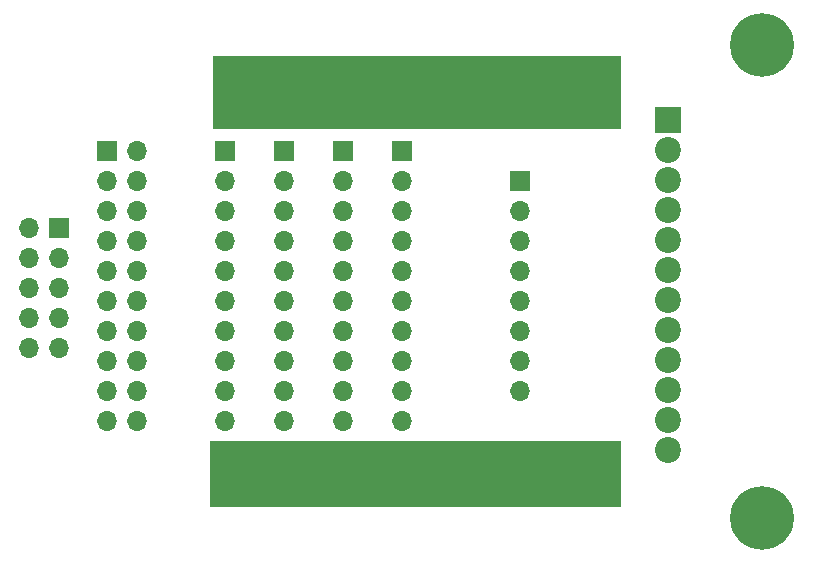
<source format=gbr>
%TF.GenerationSoftware,KiCad,Pcbnew,8.0.4*%
%TF.CreationDate,2024-08-10T21:18:51+02:00*%
%TF.ProjectId,breakout,62726561-6b6f-4757-942e-6b696361645f,rev?*%
%TF.SameCoordinates,Original*%
%TF.FileFunction,Soldermask,Top*%
%TF.FilePolarity,Negative*%
%FSLAX46Y46*%
G04 Gerber Fmt 4.6, Leading zero omitted, Abs format (unit mm)*
G04 Created by KiCad (PCBNEW 8.0.4) date 2024-08-10 21:18:51*
%MOMM*%
%LPD*%
G01*
G04 APERTURE LIST*
%ADD10C,0.100000*%
%ADD11R,1.700000X1.700000*%
%ADD12O,1.700000X1.700000*%
%ADD13C,5.400000*%
%ADD14R,2.200000X2.200000*%
%ADD15C,2.200000*%
G04 APERTURE END LIST*
D10*
X142250000Y-99500000D02*
X177000000Y-99500000D01*
X177000000Y-105000000D01*
X142250000Y-105000000D01*
X142250000Y-99500000D01*
G36*
X142250000Y-99500000D02*
G01*
X177000000Y-99500000D01*
X177000000Y-105000000D01*
X142250000Y-105000000D01*
X142250000Y-99500000D01*
G37*
X142500000Y-66900000D02*
X177000000Y-66900000D01*
X177000000Y-73000000D01*
X142500000Y-73000000D01*
X142500000Y-66900000D01*
G36*
X142500000Y-66900000D02*
G01*
X177000000Y-66900000D01*
X177000000Y-73000000D01*
X142500000Y-73000000D01*
X142500000Y-66900000D01*
G37*
D11*
%TO.C,J9*%
X129500000Y-81500000D03*
D12*
X126960000Y-81500000D03*
X129500000Y-84040000D03*
X126960000Y-84040000D03*
X129500000Y-86580000D03*
X126960000Y-86580000D03*
X129500000Y-89120000D03*
X126960000Y-89120000D03*
X129500000Y-91660000D03*
X126960000Y-91660000D03*
%TD*%
D11*
%TO.C,J5*%
X153500000Y-74960000D03*
D12*
X153500000Y-77500000D03*
X153500000Y-80040000D03*
X153500000Y-82580000D03*
X153500000Y-85120000D03*
X153500000Y-87660000D03*
X153500000Y-90200000D03*
X153500000Y-92740000D03*
X153500000Y-95280000D03*
X153500000Y-97820000D03*
%TD*%
D13*
%TO.C,H1*%
X189000000Y-66000000D03*
%TD*%
D11*
%TO.C,J4*%
X143500000Y-74920000D03*
D12*
X143500000Y-77460000D03*
X143500000Y-80000000D03*
X143500000Y-82540000D03*
X143500000Y-85080000D03*
X143500000Y-87620000D03*
X143500000Y-90160000D03*
X143500000Y-92700000D03*
X143500000Y-95240000D03*
X143500000Y-97780000D03*
%TD*%
D11*
%TO.C,J3*%
X148500000Y-74920000D03*
D12*
X148500000Y-77460000D03*
X148500000Y-80000000D03*
X148500000Y-82540000D03*
X148500000Y-85080000D03*
X148500000Y-87620000D03*
X148500000Y-90160000D03*
X148500000Y-92700000D03*
X148500000Y-95240000D03*
X148500000Y-97780000D03*
%TD*%
D13*
%TO.C,H2*%
X189000000Y-106000000D03*
%TD*%
D11*
%TO.C,J7*%
X168500000Y-77460000D03*
D12*
X168500000Y-80000000D03*
X168500000Y-82540000D03*
X168500000Y-85080000D03*
X168500000Y-87620000D03*
X168500000Y-90160000D03*
X168500000Y-92700000D03*
X168500000Y-95240000D03*
%TD*%
D14*
%TO.C,J2*%
X181000000Y-72340000D03*
D15*
X181000000Y-74880000D03*
X181000000Y-77419999D03*
X181000000Y-79960000D03*
X181000000Y-82500000D03*
X181000000Y-85040000D03*
X181000000Y-87580000D03*
X181000000Y-90120001D03*
X181000000Y-92660000D03*
X181000000Y-95200000D03*
X181000000Y-97740000D03*
X181000000Y-100279999D03*
%TD*%
D11*
%TO.C,J6*%
X158500000Y-74920000D03*
D12*
X158500000Y-77460000D03*
X158500000Y-80000000D03*
X158500000Y-82540000D03*
X158500000Y-85080000D03*
X158500000Y-87620000D03*
X158500000Y-90160000D03*
X158500000Y-92700000D03*
X158500000Y-95240000D03*
X158500000Y-97780000D03*
%TD*%
D11*
%TO.C,J1*%
X133500000Y-74960000D03*
D12*
X136040000Y-74960000D03*
X133500000Y-77500000D03*
X136040000Y-77500000D03*
X133500000Y-80040000D03*
X136040000Y-80040000D03*
X133500000Y-82580000D03*
X136040000Y-82580000D03*
X133500000Y-85120000D03*
X136040000Y-85120000D03*
X133500000Y-87660000D03*
X136040000Y-87660000D03*
X133500000Y-90200000D03*
X136040000Y-90200000D03*
X133500000Y-92740000D03*
X136040000Y-92740000D03*
X133500000Y-95280000D03*
X136040000Y-95280000D03*
X133500000Y-97820000D03*
X136040000Y-97820000D03*
%TD*%
M02*

</source>
